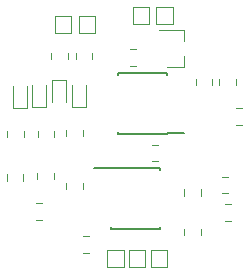
<source format=gto>
G04 #@! TF.GenerationSoftware,KiCad,Pcbnew,5.0.0*
G04 #@! TF.CreationDate,2018-09-10T00:09:20+02:00*
G04 #@! TF.ProjectId,preamp,707265616D702E6B696361645F706362,rev?*
G04 #@! TF.SameCoordinates,Original*
G04 #@! TF.FileFunction,Legend,Top*
G04 #@! TF.FilePolarity,Positive*
%FSLAX46Y46*%
G04 Gerber Fmt 4.6, Leading zero omitted, Abs format (unit mm)*
G04 Created by KiCad (PCBNEW 5.0.0) date Mon Sep 10 00:09:20 2018*
%MOMM*%
%LPD*%
G01*
G04 APERTURE LIST*
%ADD10C,0.120000*%
%ADD11C,0.150000*%
G04 APERTURE END LIST*
D10*
G04 #@! TO.C,C1*
X102327035Y-101815218D02*
X101809879Y-101815218D01*
X102327035Y-100395218D02*
X101809879Y-100395218D01*
G04 #@! TO.C,C2*
X90891257Y-102929440D02*
X90891257Y-103446596D01*
X89471257Y-102929440D02*
X89471257Y-103446596D01*
G04 #@! TO.C,C3*
X106882000Y-95330778D02*
X106882000Y-94813622D01*
X105462000Y-95330778D02*
X105462000Y-94813622D01*
G04 #@! TO.C,C4*
X95945857Y-99144840D02*
X95945857Y-99661996D01*
X94525857Y-99144840D02*
X94525857Y-99661996D01*
G04 #@! TO.C,C5*
X92036657Y-102830140D02*
X92036657Y-103347296D01*
X93456657Y-102830140D02*
X93456657Y-103347296D01*
G04 #@! TO.C,C6*
X99944422Y-93750200D02*
X100461578Y-93750200D01*
X99944422Y-92330200D02*
X100461578Y-92330200D01*
G04 #@! TO.C,C7*
X96461078Y-109549000D02*
X95943922Y-109549000D01*
X96461078Y-108129000D02*
X95943922Y-108129000D01*
G04 #@! TO.C,C8*
X107945422Y-106831200D02*
X108462578Y-106831200D01*
X107945422Y-105411200D02*
X108462578Y-105411200D01*
G04 #@! TO.C,Q1*
X104519000Y-93832800D02*
X104519000Y-92902800D01*
X104519000Y-90672800D02*
X104519000Y-91602800D01*
X104519000Y-90672800D02*
X102359000Y-90672800D01*
X104519000Y-93832800D02*
X103059000Y-93832800D01*
G04 #@! TO.C,R1*
X96722000Y-93171778D02*
X96722000Y-92654622D01*
X95302000Y-93171778D02*
X95302000Y-92654622D01*
G04 #@! TO.C,R2*
X93244600Y-92654622D02*
X93244600Y-93171778D01*
X94664600Y-92654622D02*
X94664600Y-93171778D01*
G04 #@! TO.C,R3*
X109402378Y-98703200D02*
X108885222Y-98703200D01*
X109402378Y-97283200D02*
X108885222Y-97283200D01*
G04 #@! TO.C,R4*
X108888600Y-95330778D02*
X108888600Y-94813622D01*
X107468600Y-95330778D02*
X107468600Y-94813622D01*
G04 #@! TO.C,R5*
X89496657Y-99763596D02*
X89496657Y-99246440D01*
X90916657Y-99763596D02*
X90916657Y-99246440D01*
G04 #@! TO.C,R6*
X92087457Y-99788996D02*
X92087457Y-99271840D01*
X93507457Y-99788996D02*
X93507457Y-99271840D01*
G04 #@! TO.C,R7*
X91918022Y-106780400D02*
X92435178Y-106780400D01*
X91918022Y-105360400D02*
X92435178Y-105360400D01*
G04 #@! TO.C,R8*
X105929500Y-107564422D02*
X105929500Y-108081578D01*
X104509500Y-107564422D02*
X104509500Y-108081578D01*
G04 #@! TO.C,R9*
X104509500Y-104198922D02*
X104509500Y-104716078D01*
X105929500Y-104198922D02*
X105929500Y-104716078D01*
G04 #@! TO.C,R10*
X94514600Y-104195378D02*
X94514600Y-103678222D01*
X95934600Y-104195378D02*
X95934600Y-103678222D01*
G04 #@! TO.C,R11*
X108245235Y-104533018D02*
X107728079Y-104533018D01*
X108245235Y-103113018D02*
X107728079Y-103113018D01*
D11*
G04 #@! TO.C,U1*
X103090800Y-99426000D02*
X104490800Y-99426000D01*
X103090800Y-94326000D02*
X98940800Y-94326000D01*
X103090800Y-99476000D02*
X98940800Y-99476000D01*
X103090800Y-94326000D02*
X103090800Y-94471000D01*
X98940800Y-94326000D02*
X98940800Y-94471000D01*
X98940800Y-99476000D02*
X98940800Y-99331000D01*
X103090800Y-99476000D02*
X103090800Y-99426000D01*
G04 #@! TO.C,U2*
X98291657Y-102365618D02*
X98291657Y-102415618D01*
X102441657Y-102365618D02*
X102441657Y-102510618D01*
X102441657Y-107515618D02*
X102441657Y-107370618D01*
X98291657Y-107515618D02*
X98291657Y-107370618D01*
X98291657Y-102365618D02*
X102441657Y-102365618D01*
X98291657Y-107515618D02*
X102441657Y-107515618D01*
X98291657Y-102415618D02*
X96891657Y-102415618D01*
D10*
G04 #@! TO.C,J1*
X95566000Y-89546200D02*
X96966000Y-89546200D01*
X95566000Y-90946200D02*
X95566000Y-89546200D01*
X96966000Y-90946200D02*
X95566000Y-90946200D01*
X96966000Y-89546200D02*
X96966000Y-90946200D01*
G04 #@! TO.C,J2*
X94934000Y-89546200D02*
X94934000Y-90946200D01*
X94934000Y-90946200D02*
X93534000Y-90946200D01*
X93534000Y-90946200D02*
X93534000Y-89546200D01*
X93534000Y-89546200D02*
X94934000Y-89546200D01*
G04 #@! TO.C,J3*
X100138000Y-90184200D02*
X100138000Y-88784200D01*
X101538000Y-90184200D02*
X100138000Y-90184200D01*
X101538000Y-88784200D02*
X101538000Y-90184200D01*
X100138000Y-88784200D02*
X101538000Y-88784200D01*
G04 #@! TO.C,J4*
X102119200Y-88784200D02*
X103519200Y-88784200D01*
X103519200Y-88784200D02*
X103519200Y-90184200D01*
X103519200Y-90184200D02*
X102119200Y-90184200D01*
X102119200Y-90184200D02*
X102119200Y-88784200D01*
G04 #@! TO.C,J5*
X99379000Y-109345500D02*
X99379000Y-110745500D01*
X99379000Y-110745500D02*
X97979000Y-110745500D01*
X97979000Y-110745500D02*
X97979000Y-109345500D01*
X97979000Y-109345500D02*
X99379000Y-109345500D01*
G04 #@! TO.C,J6*
X101662000Y-109345500D02*
X103062000Y-109345500D01*
X101662000Y-110745500D02*
X101662000Y-109345500D01*
X103062000Y-110745500D02*
X101662000Y-110745500D01*
X103062000Y-109345500D02*
X103062000Y-110745500D01*
G04 #@! TO.C,J7*
X101220500Y-109345500D02*
X101220500Y-110745500D01*
X101220500Y-110745500D02*
X99820500Y-110745500D01*
X99820500Y-110745500D02*
X99820500Y-109345500D01*
X99820500Y-109345500D02*
X101220500Y-109345500D01*
G04 #@! TO.C,D1*
X93329200Y-96801418D02*
X93329200Y-94951418D01*
X94529200Y-96801418D02*
X94529200Y-94951418D01*
X94529200Y-94951418D02*
X93329200Y-94951418D01*
G04 #@! TO.C,D2*
X92802000Y-95388200D02*
X92802000Y-97238200D01*
X91602000Y-95388200D02*
X91602000Y-97238200D01*
X91602000Y-97238200D02*
X92802000Y-97238200D01*
G04 #@! TO.C,D3*
X89976400Y-97289000D02*
X91176400Y-97289000D01*
X89976400Y-95439000D02*
X89976400Y-97289000D01*
X91176400Y-95439000D02*
X91176400Y-97289000D01*
G04 #@! TO.C,D4*
X95031000Y-97212800D02*
X96231000Y-97212800D01*
X95031000Y-95362800D02*
X95031000Y-97212800D01*
X96231000Y-95362800D02*
X96231000Y-97212800D01*
G04 #@! TD*
M02*

</source>
